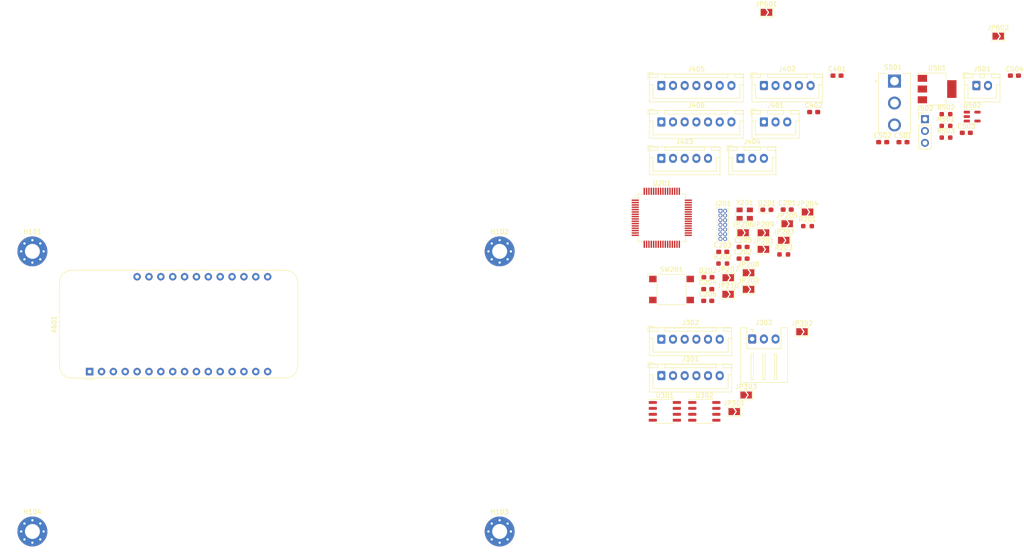
<source format=kicad_pcb>
(kicad_pcb (version 20211014) (generator pcbnew)
  (title_block (title "Poubellator_PCB") (date "2022-10-13") (rev "1.0") (company "ENSEA"))
  (layers (0 "F.Cu" signal) (1 "In1.Cu" signal) (2 "In2.Cu" signal) (31 "B.Cu" signal) (34 "B.Paste" user) (35 "F.Paste" user) (36 "B.SilkS" user "B.Silkscreen") (37 "F.SilkS" user "F.Silkscreen") (38 "B.Mask" user) (39 "F.Mask" user) (44 "Edge.Cuts" user))
  (net 0 "")
  (net 2 "alim3V")
  (net 4 "GROUND")
  (net 14 "Net-(A601-Pad14)")
  (net 15 "Net-(A601-Pad15)")
  (net 27 "/Communication/ESP_EN")
  (net 29 "STLINK_NRST")
  (net 30 "Net-(C202-Pad1)")
  (net 31 "Net-(C203-Pad1)")
  (net 32 "V+_batterie")
  (net 33 "alim5V")
  (net 34 "Net-(D201-Pad1)")
  (net 35 "Net-(D202-Pad1)")
  (net 36 "BAT_LED")
  (net 39 "SYS_SWDIO")
  (net 40 "SYS_SWCLK")
  (net 44 "Net-(J201-Pad13)")
  (net 45 "Net-(J201-Pad14)")
  (net 46 "M2-")
  (net 47 "/Driver_Motor_SERVO/ENC_2_A")
  (net 48 "/Driver_Motor_SERVO/ENC_2_B")
  (net 49 "M2+")
  (net 50 "M1-")
  (net 51 "/Driver_Motor_SERVO/ENC_1_A")
  (net 52 "/Driver_Motor_SERVO/ENC_1_B")
  (net 53 "M1+")
  (net 54 "/Driver_Motor_SERVO/SERV_DATA")
  (net 55 "/STM32F070RB/OPTQ2")
  (net 56 "/STM32F070RB/CLR_OE")
  (net 59 "/STM32F070RB/CLR_OUT")
  (net 60 "/STM32F070RB/CLR_S3")
  (net 61 "/STM32F070RB/CLR_S2")
  (net 62 "/STM32F070RB/CLR_S1")
  (net 63 "/STM32F070RB/CLR_S0")
  (net 64 "/STM32F070RB/OPTQ1")
  (net 66 "/STM32F070RB/TOF2_SDA")
  (net 67 "/STM32F070RB/TOF2_SCL")
  (net 68 "/STM32F070RB/TOF2_XSHUT")
  (net 69 "/STM32F070RB/TOF2_GPIO1")
  (net 71 "/STM32F070RB/TOF1_SDA")
  (net 72 "/STM32F070RB/TOF1_SCL")
  (net 73 "/STM32F070RB/TOF1_XSHUT")
  (net 74 "/STM32F070RB/TOF1_GPIO1")
  (net 75 "Net-(J501-Pad1)")
  (net 76 "Net-(JP201-Pad2)")
  (net 77 "Net-(JP202-Pad2)")
  (net 78 "/Driver_Motor_SERVO/DRV_2_REV")
  (net 79 "Net-(JP203-Pad2)")
  (net 80 "/Driver_Motor_SERVO/DRV_1_REV")
  (net 81 "Net-(JP204-Pad2)")
  (net 82 "/Driver_Motor_SERVO/DRV_1_FWD")
  (net 83 "Net-(JP205-Pad2)")
  (net 84 "Net-(JP206-Pad1)")
  (net 85 "/Driver_Motor_SERVO/DRV_2_FWD")
  (net 86 "Net-(JP207-Pad1)")
  (net 87 "Net-(JP208-Pad1)")
  (net 88 "STLINK_TX")
  (net 89 "STLINK_RX")
  (net 90 "Net-(JP301-Pad1)")
  (net 91 "Net-(U301-Pad3)")
  (net 92 "Net-(U301-Pad2)")
  (net 93 "/Communication/ESP_TX")
  (net 94 "/Communication/ESP_RX")
  (net 95 "Net-(R203-Pad1)")
  (net 96 "Net-(R501-Pad2)")
  (net 97 "/Alimentation/BAT_STATE")
  (footprint "Connector_PinHeader_1.00mm:PinHeader_2x07_P1.00mm_Vertical" (layer "F.Cu") (at 247.25 91.315)
    (fp_text reference "J201" (at 0.5 -1.56) (layer "F.SilkS"))
    (fp_text value "Conn_02x07_Odd_Even")
    (pad "1" thru_hole rect (at 0 0) (size 0.85 0.85) (drill 0.5) (layers *.Cu *.Mask))
    (pad "2" thru_hole oval (at 1 0) (size 0.85 0.85) (drill 0.5) (layers *.Cu *.Mask))
    (pad "3" thru_hole oval (at 0 1) (size 0.85 0.85) (drill 0.5) (layers *.Cu *.Mask) (net 2 "alim3V"))
    (pad "4" thru_hole oval (at 1 1) (size 0.85 0.85) (drill 0.5) (layers *.Cu *.Mask) (net 39 "SYS_SWDIO"))
    (pad "5" thru_hole oval (at 0 2) (size 0.85 0.85) (drill 0.5) (layers *.Cu *.Mask) (net 4 "GROUND"))
    (pad "6" thru_hole oval (at 1 2) (size 0.85 0.85) (drill 0.5) (layers *.Cu *.Mask) (net 40 "SYS_SWCLK"))
    (pad "7" thru_hole oval (at 0 3) (size 0.85 0.85) (drill 0.5) (layers *.Cu *.Mask) (net 4 "GROUND"))
    (pad "8" thru_hole oval (at 1 3) (size 0.85 0.85) (drill 0.5) (layers *.Cu *.Mask))
    (pad "9" thru_hole oval (at 0 4) (size 0.85 0.85) (drill 0.5) (layers *.Cu *.Mask))
    (pad "10" thru_hole oval (at 1 4) (size 0.85 0.85) (drill 0.5) (layers *.Cu *.Mask))
    (pad "11" thru_hole oval (at 0 5) (size 0.85 0.85) (drill 0.5) (layers *.Cu *.Mask) (net 4 "GROUND"))
    (pad "12" thru_hole oval (at 1 5) (size 0.85 0.85) (drill 0.5) (layers *.Cu *.Mask) (net 29 "STLINK_NRST"))
    (pad "13" thru_hole oval (at 0 6) (size 0.85 0.85) (drill 0.5) (layers *.Cu *.Mask) (net 44 "Net-(J201-Pad13)"))
    (pad "14" thru_hole oval (at 1 6) (size 0.85 0.85) (drill 0.5) (layers *.Cu *.Mask) (net 45 "Net-(J201-Pad14)"))
  )
  (footprint "Resistor_SMD:R_0603_1608Metric_Pad0.98x0.95mm_HandSolder" (layer "F.Cu") (at 247.75 102.605)
    (fp_text reference "R202" (at 0 -1.43) (layer "F.SilkS"))
    (fp_text value "60R")
    (pad "1" smd roundrect (at -0.9125 0) (size 0.975 0.95) (layers "F.Cu" "F.Paste" "F.Mask") (net 4 "GROUND"))
    (pad "2" smd roundrect (at 0.9125 0) (size 0.975 0.95) (layers "F.Cu" "F.Paste" "F.Mask") (net 35 "Net-(D202-Pad1)"))
  )
  (footprint "Capacitor_SMD:C_0603_1608Metric_Pad1.08x0.95mm_HandSolder" (layer "F.Cu") (at 261.54 91.045)
    (fp_text reference "C201" (at 0 -1.43) (layer "F.SilkS"))
    (fp_text value "0.1 uF")
    (pad "1" smd roundrect (at -0.8625 0) (size 1.075 0.95) (layers "F.Cu" "F.Paste" "F.Mask") (net 29 "STLINK_NRST"))
    (pad "2" smd roundrect (at 0.8625 0) (size 1.075 0.95) (layers "F.Cu" "F.Paste" "F.Mask") (net 4 "GROUND"))
  )
  (footprint "Jumper:SolderJumper-2_P1.3mm_Open_TrianglePad1.0x1.5mm" (layer "F.Cu") (at 264.7 117.215)
    (fp_text reference "JP302" (at 0 -1.8) (layer "F.SilkS"))
    (fp_text value "SolderJumper_2_Open")
    (pad "1" smd custom (at -0.725 0) (size 0.3 0.3) (layers "F.Cu" "F.Mask") (net 91 "Net-(U301-Pad3)") (options (clearance outline) (anchor rect)) (primitives (gr_poly (pts (xy 1 0) (xy 0.5 0.75) (xy -0.5 0.75) (xy -0.5 -0.75) (xy 0.5 -0.75)) (width 0) (fill yes))))
    (pad "2" smd custom (at 0.725 0) (size 0.3 0.3) (layers "F.Cu" "F.Mask") (net 2 "alim3V") (options (clearance outline) (anchor rect)) (primitives (gr_poly (pts (xy 0.5 0.75) (xy -0.65 0.75) (xy -0.15 0) (xy -0.65 -0.75) (xy 0.5 -0.75)) (width 0) (fill yes))))
  )
  (footprint "Jumper:SolderJumper-2_P1.3mm_Open_TrianglePad1.0x1.5mm" (layer "F.Cu") (at 252.1 96.015)
    (fp_text reference "JP206" (at 0 -1.8) (layer "F.SilkS"))
    (fp_text value "JP4")
    (pad "1" smd custom (at -0.725 0) (size 0.3 0.3) (layers "F.Cu" "F.Mask") (net 84 "Net-(JP206-Pad1)") (options (clearance outline) (anchor rect)) (primitives (gr_poly (pts (xy 1 0) (xy 0.5 0.75) (xy -0.5 0.75) (xy -0.5 -0.75) (xy 0.5 -0.75)) (width 0) (fill yes))))
    (pad "2" smd custom (at 0.725 0) (size 0.3 0.3) (layers "F.Cu" "F.Mask") (net 85 "/Driver_Motor_SERVO/DRV_2_FWD") (options (clearance outline) (anchor rect)) (primitives (gr_poly (pts (xy 0.5 0.75) (xy -0.65 0.75) (xy -0.15 0) (xy -0.65 -0.75) (xy 0.5 -0.75)) (width 0) (fill yes))))
  )
  (footprint "Resistor_SMD:R_0603_1608Metric_Pad0.98x0.95mm_HandSolder" (layer "F.Cu") (at 295.52 70.605)
    (fp_text reference "R502" (at 0 -1.43) (layer "F.SilkS"))
    (fp_text value "100k")
    (pad "1" smd roundrect (at -0.9125 0) (size 0.975 0.95) (layers "F.Cu" "F.Paste" "F.Mask") (net 97 "/Alimentation/BAT_STATE"))
    (pad "2" smd roundrect (at 0.9125 0) (size 0.975 0.95) (layers "F.Cu" "F.Paste" "F.Mask") (net 32 "V+_batterie"))
  )
  (footprint "Resistor_SMD:R_0603_1608Metric_Pad0.98x0.95mm_HandSolder" (layer "F.Cu") (at 260.8 100.655)
    (fp_text reference "R203" (at 0 -1.43) (layer "F.SilkS"))
    (fp_text value "10R")
    (pad "1" smd roundrect (at -0.9125 0) (size 0.975 0.95) (layers "F.Cu" "F.Paste" "F.Mask") (net 95 "Net-(R203-Pad1)"))
    (pad "2" smd roundrect (at 0.9125 0) (size 0.975 0.95) (layers "F.Cu" "F.Paste" "F.Mask") (net 30 "Net-(C202-Pad1)"))
  )
  (footprint "Jumper:SolderJumper-2_P1.3mm_Open_TrianglePad1.0x1.5mm" (layer "F.Cu") (at 248.88 109.185)
    (fp_text reference "JP210" (at 0 -1.8) (layer "F.SilkS"))
    (fp_text value "JP ")
    (pad "1" smd custom (at -0.725 0) (size 0.3 0.3) (layers "F.Cu" "F.Mask") (net 45 "Net-(J201-Pad14)") (options (clearance outline) (anchor rect)) (primitives (gr_poly (pts (xy 1 0) (xy 0.5 0.75) (xy -0.5 0.75) (xy -0.5 -0.75) (xy 0.5 -0.75)) (width 0) (fill yes))))
    (pad "2" smd custom (at 0.725 0) (size 0.3 0.3) (layers "F.Cu" "F.Mask") (net 89 "STLINK_RX") (options (clearance outline) (anchor rect)) (primitives (gr_poly (pts (xy 0.5 0.75) (xy -0.65 0.75) (xy -0.15 0) (xy -0.65 -0.75) (xy 0.5 -0.75)) (width 0) (fill yes))))
  )
  (footprint "Package_TO_SOT_SMD:SOT-23-5" (layer "F.Cu") (at 301.12 71.125)
    (fp_text reference "U502" (at 0 -2.4) (layer "F.SilkS"))
    (fp_text value "MIC5317-3.3")
    (pad "1" smd roundrect (at -1.1375 -0.95) (size 1.325 0.6) (layers "F.Cu" "F.Paste" "F.Mask") (net 33 "alim5V"))
    (pad "2" smd roundrect (at -1.1375 0) (size 1.325 0.6) (layers "F.Cu" "F.Paste" "F.Mask") (net 4 "GROUND"))
    (pad "3" smd roundrect (at -1.1375 0.95) (size 1.325 0.6) (layers "F.Cu" "F.Paste" "F.Mask") (net 33 "alim5V"))
    (pad "4" smd roundrect (at 1.1375 0.95) (size 1.325 0.6) (layers "F.Cu" "F.Paste" "F.Mask"))
    (pad "5" smd roundrect (at 1.1375 -0.95) (size 1.325 0.6) (layers "F.Cu" "F.Paste" "F.Mask") (net 2 "alim3V"))
  )
  (footprint "Connector_JST:JST_XH_B6B-XH-A_1x06_P2.50mm_Vertical" (layer "F.Cu") (at 234.6 118.815)
    (fp_text reference "J302" (at 6.25 -3.55) (layer "F.SilkS"))
    (fp_text value "Moteur 1")
    (pad "1" thru_hole roundrect (at 0 0) (size 1.7 1.95) (drill 0.95) (layers *.Cu *.Mask) (roundrect_rratio 0.147059) (net 50 "M1-"))
    (pad "2" thru_hole oval (at 2.5 0) (size 1.7 1.95) (drill 0.95) (layers *.Cu *.Mask) (net 4 "GROUND"))
    (pad "3" thru_hole oval (at 5 0) (size 1.7 1.95) (drill 0.95) (layers *.Cu *.Mask) (net 51 "/Driver_Motor_SERVO/ENC_1_A"))
    (pad "4" thru_hole oval (at 7.5 0) (size 1.7 1.95) (drill 0.95) (layers *.Cu *.Mask) (net 52 "/Driver_Motor_SERVO/ENC_1_B"))
    (pad "5" thru_hole oval (at 10 0) (size 1.7 1.95) (drill 0.95) (layers *.Cu *.Mask) (net 2 "alim3V"))
    (pad "6" thru_hole oval (at 12.5 0) (size 1.7 1.95) (drill 0.95) (layers *.Cu *.Mask) (net 53 "M1+"))
  )
  (footprint "Jumper:SolderJumper-2_P1.3mm_Open_TrianglePad1.0x1.5mm" (layer "F.Cu") (at 260.8 97.625)
    (fp_text reference "JP203" (at 0 -1.8) (layer "F.SilkS"))
    (fp_text value "JP3")
    (pad "1" smd custom (at -0.725 0) (size 0.3 0.3) (layers "F.Cu" "F.Mask") (net 78 "/Driver_Motor_SERVO/DRV_2_REV") (options (clearance outline) (anchor rect)) (primitives (gr_poly (pts (xy 1 0) (xy 0.5 0.75) (xy -0.5 0.75) (xy -0.5 -0.75) (xy 0.5 -0.75)) (width 0) (fill yes))))
    (pad "2" smd custom (at 0.725 0) (size 0.3 0.3) (layers "F.Cu" "F.Mask") (net 79 "Net-(JP203-Pad2)") (options (clearance outline) (anchor rect)) (primitives (gr_poly (pts (xy 0.5 0.75) (xy -0.65 0.75) (xy -0.15 0) (xy -0.65 -0.75) (xy 0.5 -0.75)) (width 0) (fill yes))))
  )
  (footprint "Capacitor_SMD:C_0603_1608Metric_Pad1.08x0.95mm_HandSolder" (layer "F.Cu") (at 272.2 62.355)
    (fp_text reference "C401" (at 0 -1.43) (layer "F.SilkS"))
    (fp_text value "10uF")
    (pad "1" smd roundrect (at -0.8625 0) (size 1.075 0.95) (layers "F.Cu" "F.Paste" "F.Mask") (net 4 "GROUND"))
    (pad "2" smd roundrect (at 0.8625 0) (size 1.075 0.95) (layers "F.Cu" "F.Paste" "F.Mask") (net 2 "alim3V"))
  )
  (footprint "Crystal:Crystal_SMD_EuroQuartz_MT-4Pin_3.2x2.5mm" (layer "F.Cu") (at 252.45 92.015)
    (fp_text reference "Y201" (at 0 -2.45) (layer "F.SilkS"))
    (fp_text value "16 MHz")
    (pad "1" smd rect (at -1.1 0.9) (size 1.3 1) (layers "F.Cu" "F.Paste" "F.Mask") (net 30 "Net-(C202-Pad1)"))
    (pad "2" smd rect (at 1.1 0.9) (size 1.3 1) (layers "F.Cu" "F.Paste" "F.Mask") (net 4 "GROUND"))
    (pad "3" smd rect (at 1.1 -0.9) (size 1.3 1) (layers "F.Cu" "F.Paste" "F.Mask") (net 31 "Net-(C203-Pad1)"))
    (pad "4" smd rect (at -1.1 -0.9) (size 1.3 1) (layers "F.Cu" "F.Paste" "F.Mask") (net 4 "GROUND"))
  )
  (footprint "Capacitor_SMD:C_0603_1608Metric_Pad1.08x0.95mm_HandSolder" (layer "F.Cu") (at 267.2 70.155)
    (fp_text reference "C402" (at 0 -1.43) (layer "F.SilkS"))
    (fp_text value "10uF")
    (pad "1" smd roundrect (at -0.8625 0) (size 1.075 0.95) (layers "F.Cu" "F.Paste" "F.Mask") (net 4 "GROUND"))
    (pad "2" smd roundrect (at 0.8625 0) (size 1.075 0.95) (layers "F.Cu" "F.Paste" "F.Mask") (net 2 "alim3V"))
  )
  (footprint "Connector_JST:JST_XH_B6B-XH-A_1x06_P2.50mm_Vertical" (layer "F.Cu") (at 234.6 126.615)
    (fp_text reference "J301" (at 6.25 -3.55) (layer "F.SilkS"))
    (fp_text value "Moteur 1")
    (pad "1" thru_hole roundrect (at 0 0) (size 1.7 1.95) (drill 0.95) (layers *.Cu *.Mask) (roundrect_rratio 0.147059) (net 46 "M2-"))
    (pad "2" thru_hole oval (at 2.5 0) (size 1.7 1.95) (drill 0.95) (layers *.Cu *.Mask) (net 4 "GROUND"))
    (pad "3" thru_hole oval (at 5 0) (size 1.7 1.95) (drill 0.95) (layers *.Cu *.Mask) (net 47 "/Driver_Motor_SERVO/ENC_2_A"))
    (pad "4" thru_hole oval (at 7.5 0) (size 1.7 1.95) (drill 0.95) (layers *.Cu *.Mask) (net 48 "/Driver_Motor_SERVO/ENC_2_B"))
    (pad "5" thru_hole oval (at 10 0) (size 1.7 1.95) (drill 0.95) (layers *.Cu *.Mask) (net 2 "alim3V"))
    (pad "6" thru_hole oval (at 12.5 0) (size 1.7 1.95) (drill 0.95) (layers *.Cu *.Mask) (net 49 "M2+"))
  )
  (footprint "Package_QFP:LQFP-64_10x10mm_P0.5mm" (layer "F.Cu") (at 234.7 92.8)
    (fp_text reference "U201" (at 0 -7.4) (layer "F.SilkS"))
    (fp_text value "STM32G070RBT6")
    (pad "1" smd roundrect (at -5.675 -3.75) (size 1.55 0.3) (layers "F.Cu" "F.Paste" "F.Mask"))
    (pad "2" smd roundrect (at -5.675 -3.25) (size 1.55 0.3) (layers "F.Cu" "F.Paste" "F.Mask"))
    (pad "3" smd roundrect (at -5.675 -2.75) (size 1.55 0.3) (layers "F.Cu" "F.Paste" "F.Mask"))
    (pad "4" smd roundrect (at -5.675 -2.25) (size 1.55 0.3) (layers "F.Cu" "F.Paste" "F.Mask"))
    (pad "5" smd roundrect (at -5.675 -1.75) (size 1.55 0.3) (layers "F.Cu" "F.Paste" "F.Mask"))
    (pad "6" smd roundrect (at -5.675 -1.25) (size 1.55 0.3) (layers "F.Cu" "F.Paste" "F.Mask"))
    (pad "7" smd roundrect (at -5.675 -0.75) (size 1.55 0.3) (layers "F.Cu" "F.Paste" "F.Mask"))
    (pad "8" smd roundrect (at -5.675 -0.25) (size 1.55 0.3) (layers "F.Cu" "F.Paste" "F.Mask") (net 2 "alim3V"))
    (pad "9" smd roundrect (at -5.675 0.25) (size 1.55 0.3) (layers "F.Cu" "F.Paste" "F.Mask") (net 4 "GROUND"))
    (pad "10" smd roundrect (at -5.675 0.75) (size 1.55 0.3) (layers "F.Cu" "F.Paste" "F.Mask") (net 31 "Net-(C203-Pad1)"))
    (pad "11" smd roundrect (at -5.675 1.25) (size 1.55 0.3) (layers "F.Cu" "F.Paste" "F.Mask") (net 95 "Net-(R203-Pad1)"))
    (pad "12" smd roundrect (at -5.675 1.75) (size 1.55 0.3) (layers "F.Cu" "F.Paste" "F.Mask") (net 29 "STLINK_NRST"))
    (pad "13" smd roundrect (at -5.675 2.25) (size 1.55 0.3) (layers "F.Cu" "F.Paste" "F.Mask"))
    (pad "14" smd roundrect (at -5.675 2.75) (size 1.55 0.3) (layers "F.Cu" "F.Paste" "F.Mask"))
    (pad "15" smd roundrect (at -5.675 3.25) (size 1.55 0.3) (layers "F.Cu" "F.Paste" "F.Mask"))
    (pad "16" smd roundrect (at -5.675 3.75) (size 1.55 0.3) (layers "F.Cu" "F.Paste" "F.Mask"))
    (pad "17" smd roundrect (at -3.75 5.675) (size 0.3 1.55) (layers "F.Cu" "F.Paste" "F.Mask") (net 97 "/Alimentation/BAT_STATE"))
    (pad "18" smd roundrect (at -3.25 5.675) (size 0.3 1.55) (layers "F.Cu" "F.Paste" "F.Mask") (net 36 "BAT_LED"))
    (pad "19" smd roundrect (at -2.75 5.675) (size 0.3 1.55) (layers "F.Cu" "F.Paste" "F.Mask") (net 94 "/Communication/ESP_RX"))
    (pad "20" smd roundrect (at -2.25 5.675) (size 0.3 1.55) (layers "F.Cu" "F.Paste" "F.Mask") (net 93 "/Communication/ESP_TX"))
    (pad "21" smd roundrect (at -1.75 5.675) (size 0.3 1.55) (layers "F.Cu" "F.Paste" "F.Mask") (net 27 "/Communication/ESP_EN"))
    (pad "22" smd roundrect (at -1.25 5.675) (size 0.3 1.55) (layers "F.Cu" "F.Paste" "F.Mask"))
    (pad "23" smd roundrect (at -0.75 5.675) (size 0.3 1.55) (layers "F.Cu" "F.Paste" "F.Mask"))
    (pad "24" smd roundrect (at -0.25 5.675) (size 0.3 1.55) (layers "F.Cu" "F.Paste" "F.Mask"))
    (pad "25" smd roundrect (at 0.25 5.675) (size 0.3 1.55) (layers "F.Cu" "F.Paste" "F.Mask") (net 54 "/Driver_Motor_SERVO/SERV_DATA"))
    (pad "26" smd roundrect (at 0.75 5.675) (size 0.3 1.55) (layers "F.Cu" "F.Paste" "F.Mask"))
    (pad "27" smd roundrect (at 1.25 5.675) (size 0.3 1.55) (layers "F.Cu" "F.Paste" "F.Mask"))
    (pad "28" smd roundrect (at 1.75 5.675) (size 0.3 1.55) (layers "F.Cu" "F.Paste" "F.Mask") (net 69 "/STM32F070RB/TOF2_GPIO1"))
    (pad "29" smd roundrect (at 2.25 5.675) (size 0.3 1.55) (layers "F.Cu" "F.Paste" "F.Mask") (net 68 "/STM32F070RB/TOF2_XSHUT"))
    (pad "30" smd roundrect (at 2.75 5.675) (size 0.3 1.55) (layers "F.Cu" "F.Paste" "F.Mask") (net 67 "/STM32F070RB/TOF2_SCL"))
    (pad "31" smd roundrect (at 3.25 5.675) (size 0.3 1.55) (layers "F.Cu" "F.Paste" "F.Mask") (net 66 "/STM32F070RB/TOF2_SDA"))
    (pad "32" smd roundrect (at 3.75 5.675) (size 0.3 1.55) (layers "F.Cu" "F.Paste" "F.Mask"))
    (pad "33" smd roundrect (at 5.675 3.75) (size 1.55 0.3) (layers "F.Cu" "F.Paste" "F.Mask") (net 81 "Net-(JP204-Pad2)"))
    (pad "34" smd roundrect (at 5.675 3.25) (size 1.55 0.3) (layers "F.Cu" "F.Paste" "F.Mask") (net 83 "Net-(JP205-Pad2)"))
    (pad "35" smd roundrect (at 5.675 2.75) (size 1.55 0.3) (layers "F.Cu" "F.Paste" "F.Mask"))
    (pad "36" smd roundrect (at 5.675 2.25) (size 1.55 0.3) (layers "F.Cu" "F.Paste" "F.Mask") (net 76 "Net-(JP201-Pad2)"))
    (pad "37" smd roundrect (at 5.675 1.75) (size 1.55 0.3) (layers "F.Cu" "F.Paste" "F.Mask") (net 77 "Net-(JP202-Pad2)"))
    (pad "38" smd roundrect (at 5.675 1.25) (size 1.55 0.3) (layers "F.Cu" "F.Paste" "F.Mask") (net 86 "Net-(JP207-Pad1)"))
    (pad "39" smd roundrect (at 5.675 0.75) (size 1.55 0.3) (layers "F.Cu" "F.Paste" "F.Mask") (net 87 "Net-(JP208-Pad1)"))
    (pad "40" smd roundrect (at 5.675 0.25) (size 1.55 0.3) (layers "F.Cu" "F.Paste" "F.Mask") (net 88 "STLINK_TX"))
    (pad "41" smd roundrect (at 5.675 -0.25) (size 1.55 0.3) (layers "F.Cu" "F.Paste" "F.Mask") (net 89 "STLINK_RX"))
    (pad "42" smd roundrect (at 5.675 -0.75) (size 1.55 0.3) (layers "F.Cu" "F.Paste" "F.Mask"))
    (pad "43" smd roundrect (at 5.675 -1.25) (size 1.55 0.3) (layers "F.Cu" "F.Paste" "F.Mask"))
    (pad "44" smd roundrect (at 5.675 -1.75) (size 1.55 0.3) (layers "F.Cu" "F.Paste" "F.Mask"))
    (pad "45" smd roundrect (at 5.675 -2.25) (size 1.55 0.3) (layers "F.Cu" "F.Paste" "F.Mask") (net 39 "SYS_SWDIO"))
    (pad "46" smd roundrect (at 5.675 -2.75) (size 1.55 0.3) (layers "F.Cu" "F.Paste" "F.Mask") (net 40 "SYS_SWCLK"))
    (pad "47" smd roundrect (at 5.675 -3.25) (size 1.55 0.3) (layers "F.Cu" "F.Paste" "F.Mask") (net 55 "/STM32F070RB/OPTQ2"))
    (pad "48" smd roundrect (at 5.675 -3.75) (size 1.55 0.3) (layers "F.Cu" "F.Paste" "F.Mask") (net 64 "/STM32F070RB/OPTQ1"))
    (pad "49" smd roundrect (at 3.75 -5.675) (size 0.3 1.55) (layers "F.Cu" "F.Paste" "F.Mask"))
    (pad "50" smd roundrect (at 3.25 -5.675) (size 0.3 1.55) (layers "F.Cu" "F.Paste" "F.Mask") (net 84 "Net-(JP206-Pad1)"))
    (pad "51" smd roundrect (at 2.75 -5.675) (size 0.3 1.55) (layers "F.Cu" "F.Paste" "F.Mask") (net 59 "/STM32F070RB/CLR_OUT"))
    (pad "52" smd roundrect (at 2.25 -5.675) (size 0.3 1.55) (layers "F.Cu" "F.Paste" "F.Mask") (net 63 "/STM32F070RB/CLR_S0"))
    (pad "53" smd roundrect (at 1.75 -5.675) (size 0.3 1.55) (layers "F.Cu" "F.Paste" "F.Mask") (net 62 "/STM32F070RB/CLR_S1"))
    (pad "54" smd roundrect (at 1.25 -5.675) (size 0.3 1.55) (layers "F.Cu" "F.Paste" "F.Mask") (net 61 "/STM32F070RB/CLR_S2"))
    (pad "55" smd roundrect (at 0.75 -5.675) (size 0.3 1.55) (layers "F.Cu" "F.Paste" "F.Mask") (net 60 "/STM32F070RB/CLR_S3"))
    (pad "56" smd roundrect (at 0.25 -5.675) (size 0.3 1.55) (layers "F.Cu" "F.Paste" "F.Mask") (net 56 "/STM32F070RB/CLR_OE"))
    (pad "57" smd roundrect (at -0.25 -5.675) (size 0.3 1.55) (layers "F.Cu" "F.Paste" "F.Mask"))
    (pad "58" smd roundrect (at -0.75 -5.675) (size 0.3 1.55) (layers "F.Cu" "F.Paste" "F.Mask") (net 36 "BAT_LED"))
    (pad "59" smd roundrect (at -1.25 -5.675) (size 0.3 1.55) (layers "F.Cu" "F.Paste" "F.Mask"))
    (pad "60" smd roundrect (at -1.75 -5.675) (size 0.3 1.55) (layers "F.Cu" "F.Paste" "F.Mask") (net 79 "Net-(JP203-Pad2)"))
    (pad "61" smd roundrect (at -2.25 -5.675) (size 0.3 1.55) (layers "F.Cu" "F.Paste" "F.Mask") (net 71 "/STM32F070RB/TOF1_SDA"))
    (pad "62" smd roundrect (at -2.75 -5.675) (size 0.3 1.55) (layers "F.Cu" "F.Paste" "F.Mask") (net 72 "/STM32F070RB/TOF1_SCL"))
    (pad "63" smd roundrect (at -3.25 -5.675) (size 0.3 1.55) (layers "F.Cu" "F.Paste" "F.Mask") (net 73 "/STM32F070RB/TOF1_XSHUT"))
    (pad "64" smd roundrect (at -3.75 -5.675) (size 0.3 1.55) (layers "F.Cu" "F.Paste" "F.Mask") (net 74 "/STM32F070RB/TOF1_GPIO1"))
  )
  (footprint "Package_TO_SOT_SMD:SOT-223-3_TabPin2" (layer "F.Cu") (at 293.62 65.225)
    (fp_text reference "U501" (at 0 -4.5) (layer "F.SilkS"))
    (fp_text value "AZ1117-5.0")
    (pad "1" smd rect (at -3.15 -2.3) (size 2 1.5) (layers "F.Cu" "F.Paste" "F.Mask") (net 4 "GROUND"))
    (pad "2" smd rect (at -3.15 0) (size 2 1.5) (layers "F.Cu" "F.Paste" "F.Mask") (net 33 "alim5V"))
    (pad "2" smd rect (at 3.15 0) (size 2 3.8) (layers "F.Cu" "F.Paste" "F.Mask") (net 33 "alim5V"))
    (pad "3" smd rect (at -3.15 2.3) (size 2 1.5) (layers "F.Cu" "F.Paste" "F.Mask") (net 32 "V+_batterie"))
  )
  (footprint "Connector_JST:JST_XH_B3B-XH-A_1x03_P2.50mm_Vertical" (layer "F.Cu") (at 256.55 72.275)
    (fp_text reference "J401" (at 2.5 -3.55) (layer "F.SilkS"))
    (fp_text value "optiqueGauche")
    (pad "1" thru_hole roundrect (at 0 0) (size 1.7 1.95) (drill 0.95) (layers *.Cu *.Mask) (roundrect_rratio 0.147059) (net 4 "GROUND"))
    (pad "2" thru_hole oval (at 2.5 0) (size 1.7 1.95) (drill 0.95) (layers *.Cu *.Mask) (net 2 "alim3V"))
    (pad "3" thru_hole oval (at 5 0) (size 1.7 1.95) (drill 0.95) (layers *.Cu *.Mask) (net 55 "/STM32F070RB/OPTQ2"))
  )
  (footprint "Jumper:SolderJumper-2_P1.3mm_Open_TrianglePad1.0x1.5mm" (layer "F.Cu") (at 248.92 105.635)
    (fp_text reference "JP207" (at 0 -1.8) (layer "F.SilkS"))
    (fp_text value "JP3")
    (pad "1" smd custom (at -0.725 0) (size 0.3 0.3) (layers "F.Cu" "F.Mask") (net 86 "Net-(JP207-Pad1)") (options (clearance outline) (anchor rect)) (primitives (gr_poly (pts (xy 1 0) (xy 0.5 0.75) (xy -0.5 0.75) (xy -0.5 -0.75) (xy 0.5 -0.75)) (width 0) (fill yes))))
    (pad "2" smd custom (at 0.725 0) (size 0.3 0.3) (layers "F.Cu" "F.Mask") (net 47 "/Driver_Motor_SERVO/ENC_2_A") (options (clearance outline) (anchor rect)) (primitives (gr_poly (pts (xy 0.5 0.75) (xy -0.65 0.75) (xy -0.15 0) (xy -0.65 -0.75) (xy 0.5 -0.75)) (width 0) (fill yes))))
  )
  (footprint "SWITCH_PRO:SW_100SP1T1B4M2QE" (layer "F.Cu") (at 284.495 68.225)
    (fp_text reference "S501" (at -0.325 -7.635) (layer "F.SilkS"))
    (fp_text value "Alimentation")
    (pad "1" thru_hole rect locked (at 0 -4.7) (size 2.775 2.775) (drill 1.85) (layers *.Cu *.Mask) (net 96 "Net-(R501-Pad2)"))
    (pad "2" thru_hole circle locked (at 0 0) (size 2.775 2.775) (drill 1.85) (layers *.Cu *.Mask) (net 32 "V+_batterie"))
    (pad "3" thru_hole circle locked (at 0 4.7) (size 2.775 2.775) (drill 1.85) (layers *.Cu *.Mask) (net 75 "Net-(J501-Pad1)"))
  )
  (footprint "Capacitor_SMD:C_0603_1608Metric_Pad1.08x0.95mm_HandSolder" (layer "F.Cu") (at 299.87 74.605)
    (fp_text reference "C503" (at 0 -1.43) (layer "F.SilkS"))
    (fp_text value "1uF")
    (pad "1" smd roundrect (at -0.8625 0) (size 1.075 0.95) (layers "F.Cu" "F.Paste" "F.Mask") (net 33 "alim5V"))
    (pad "2" smd roundrect (at 0.8625 0) (size 1.075 0.95) (layers "F.Cu" "F.Paste" "F.Mask") (net 4 "GROUND"))
  )
  (footprint "MountingHole:MountingHole_3.2mm_M3_Pad_Via" (layer "F.Cu") (at 200 160)
    (fp_text reference "H103" (at 0 -4.2) (layer "F.SilkS"))
    (fp_text value "MountingHole_Pad")
    (pad "1" thru_hole circle (at 0 -2.4) (size 0.8 0.8) (drill 0.5) (layers *.Cu *.Mask) (net 4 "GROUND"))
    (pad "1" thru_hole circle (at -1.697056 -1.697056) (size 0.8 0.8) (drill 0.5) (layers *.Cu *.Mask) (net 4 "GROUND"))
    (pad "1" thru_hole circle (at 1.697056 1.697056) (size 0.8 0.8) (drill 0.5) (layers *.Cu *.Mask) (net 4 "GROUND"))
    (pad "1" thru_hole circle (at 0 0) (size 6.4 6.4) (drill 3.2) (layers *.Cu *.Mask) (net 4 "GROUND"))
    (pad "1" thru_hole circle (at -1.697056 1.697056) (size 0.8 0.8) (drill 0.5) (layers *.Cu *.Mask) (net 4 "GROUND"))
    (pad "1" thru_hole circle (at 1.697056 -1.697056) (size 0.8 0.8) (drill 0.5) (layers *.Cu *.Mask) (net 4 "GROUND"))
    (pad "1" thru_hole circle (at -2.4 0) (size 0.8 0.8) (drill 0.5) (layers *.Cu *.Mask) (net 4 "GROUND"))
    (pad "1" thru_hole circle (at 0 2.4) (size 0.8 0.8) (drill 0.5) (layers *.Cu *.Mask) (net 4 "GROUND"))
    (pad "1" thru_hole circle (at 2.4 0) (size 0.8 0.8) (drill 0.5) (layers *.Cu *.Mask) (net 4 "GROUND"))
  )
  (footprint "Package_SO:SO-8_3.9x4.9mm_P1.27mm" (layer "F.Cu") (at 235.35 134.265)
    (fp_text reference "U301" (at 0 -3.4) (layer "F.SilkS"))
    (fp_text value "ZXBM5210-S")
    (pad "1" smd roundrect (at -2.575 -1.905) (size 1.75 0.6) (layers "F.Cu" "F.Paste" "F.Mask") (net 49 "M2+"))
    (pad "2" smd roundrect (at -2.575 -0.635) (size 1.75 0.6) (layers "F.Cu" "F.Paste" "F.Mask") (net 92 "Net-(U301-Pad2)"))
    (pad "3" smd roundrect (at -2.575 0.635) (size 1.75 0.6) (layers "F.Cu" "F.Paste" "F.Mask") (net 91 "Net-(U301-Pad3)"))
    (pad "4" smd roundrect (at -2.575 1.905) (size 1.75 0.6) (layers "F.Cu" "F.Paste" "F.Mask") (net 85 "/Driver_Motor_SERVO/DRV_2_FWD"))
    (pad "5" smd roundrect (at 2.575 1.905) (size 1.75 0.6) (layers "F.Cu" "F.Paste" "F.Mask") (net 78 "/Driver_Motor_SERVO/DRV_2_REV"))
    (pad "6" smd roundrect (at 2.575 0.635) (size 1.75 0.6) (layers "F.Cu" "F.Paste" "F.Mask"))
    (pad "7" smd roundrect (at 2.575 -0.635) (size 1.75 0.6) (layers "F.Cu" "F.Paste" "F.Mask") (net 46 "M2-"))
    (pad "8" smd roundrect (at 2.575 -1.905) (size 1.75 0.6) (layers "F.Cu" "F.Paste" "F.Mask") (net 4 "GROUND"))
  )
  (footprint "Connector_JST:JST_XH_B3B-XH-A_1x03_P2.50mm_Vertical" (layer "F.Cu") (at 251.55 80.075)
    (fp_text reference "J404" (at 2.5 -3.55) (layer "F.SilkS"))
    (fp_text value "optiqueDroit")
    (pad "1" thru_hole roundrect (at 0 0) (size 1.7 1.95) (drill 0.95) (layers *.Cu *.Mask) (roundrect_rratio 0.147059) (net 4 "GROUND"))
    (pad "2" thru_hole oval (at 2.5 0) (size 1.7 1.95) (drill 0.95) (layers *.Cu *.Mask) (net 2 "alim3V"))
    (pad "3" thru_hole oval (at 5 0) (size 1.7 1.95) (drill 0.95) (layers *.Cu *.Mask) (net 64 "/STM32F070RB/OPTQ1"))
  )
  (footprint "Jumper:SolderJumper-2_P1.3mm_Open_TrianglePad1.0x1.5mm" (layer "F.Cu") (at 256.45 99.565)
    (fp_text reference "JP201" (at 0 -1.8) (layer "F.SilkS"))
    (fp_text value "JP3")
    (pad "1" smd custom (at -0.725 0) (size 0.3 0.3) (layers "F.Cu" "F.Mask") (net 51 "/Driver_Motor_SERVO/ENC_1_A") (options (clearance outline) (anchor rect)) (primitives (gr_poly (pts (xy 1 0) (xy 0.5 0.75) (xy -0.5 0.75) (xy -0.5 -0.75) (xy 0.5 -0.75)) (width 0) (fill yes))))
    (pad "2" smd custom (at 0.725 0) (size 0.3 0.3) (layers "F.Cu" "F.Mask") (net 76 "Net-(JP201-Pad2)") (options (clearance outline) (anchor rect)) (primitives (gr_poly (pts (xy 0.5 0.75) (xy -0.65 0.75) (xy -0.15 0) (xy -0.65 -0.75) (xy 0.5 -0.75)) (width 0) (fill yes))))
  )
  (footprint "Jumper:SolderJumper-2_P1.3mm_Open_TrianglePad1.0x1.5mm" (layer "F.Cu") (at 265.89 91.565)
    (fp_text reference "JP204" (at 0 -1.8) (layer "F.SilkS"))
    (fp_text value "JP1")
    (pad "1" smd custom (at -0.725 0) (size 0.3 0.3) (layers "F.Cu" "F.Mask") (net 80 "/Driver_Motor_SERVO/DRV_1_REV") (options (clearance outline) (anchor rect)) (primitives (gr_poly (pts (xy 1 0) (xy 0.5 0.75) (xy -0.5 0.75) (xy -0.5 -0.75) (xy 0.5 -0.75)) (width 0) (fill yes))))
    (pad "2" smd custom (at 0.725 0) (size 0.3 0.3) (layers "F.Cu" "F.Mask") (net 81 "Net-(JP204-Pad2)") (options (clearance outline) (anchor rect)) (primitives (gr_poly (pts (xy 0.5 0.75) (xy -0.65 0.75) (xy -0.15 0) (xy -0.65 -0.75) (xy 0.5 -0.75)) (width 0) (fill yes))))
  )
  (footprint "Capacitor_SMD:C_0603_1608Metric_Pad1.08x0.95mm_HandSolder" (layer "F.Cu") (at 252.1 101.555)
    (fp_text reference "C202" (at 0 -1.43) (layer "F.SilkS"))
    (fp_text value "10pF")
    (pad "1" smd roundrect (at -0.8625 0) (size 1.075 0.95) (layers "F.Cu" "F.Paste" "F.Mask") (net 30 "Net-(C202-Pad1)"))
    (pad "2" smd roundrect (at 0.8625 0) (size 1.075 0.95) (layers "F.Cu" "F.Paste" "F.Mask") (net 4 "GROUND"))
  )
  (footprint "Capacitor_SMD:C_0603_1608Metric_Pad1.08x0.95mm_HandSolder" (layer "F.Cu") (at 252.1 99.045)
    (fp_text reference "C205" (at 0 -1.43) (layer "F.SilkS"))
    (fp_text value "100nF")
    (pad "1" smd roundrect (at -0.8625 0) (size 1.075 0.95) (layers "F.Cu" "F.Paste" "F.Mask") (net 4 "GROUND"))
    (pad "2" smd roundrect (at 0.8625 0) (size 1.075 0.95) (layers "F.Cu" "F.Paste" "F.Mask") (net 2 "alim3V"))
  )
  (footprint "Capacitor_SMD:C_0603_1608Metric_Pad1.08x0.95mm_HandSolder" (layer "F.Cu") (at 281.97 76.605)
    (fp_text reference "C502" (at 0 -1.43) (layer "F.SilkS"))
    (fp_text value "10uF")
    (pad "1" smd roundrect (at -0.8625 0) (size 1.075 0.95) (layers "F.Cu" "F.Paste" "F.Mask") (net 33 "alim5V"))
    (pad "2" smd roundrect (at 0.8625 0) (size 1.075 0.95) (layers "F.Cu" "F.Paste" "F.Mask") (net 4 "GROUND"))
  )
  (footprint "Button_Switch_SMD:SW_SPST_Omron_B3FS-100xP" (layer "F.Cu") (at 236.785 108.165)
    (fp_text reference "SW201" (at 0 -4.3) (layer "F.SilkS"))
    (fp_text value "SW_MEC_5E")
    (pad "1" smd rect (at 4 -2.25 180) (size 1.6 1.4) (layers "F.Cu" "F.Paste" "F.Mask") (net 4 "GROUND"))
    (pad "1" smd rect (at -4 -2.25 180) (size 1.6 1.4) (layers "F.Cu" "F.Paste" "F.Mask") (net 4 "GROUND"))
    (pad "2" smd rect (at -4 2.25 180) (size 1.6 1.4) (layers "F.Cu" "F.Paste" "F.Mask") (net 4 "GROUND"))
    (pad "2" smd rect (at 4 2.25 180) (size 1.6 1.4) (layers "F.Cu" "F.Paste" "F.Mask") (net 4 "GROUND"))
  )
  (footprint "Connector_JST:JST_XH_S3B-XH-A_1x03_P2.50mm_Horizontal" (layer "F.Cu") (at 254.05 118.765)
    (fp_text reference "J303" (at 2.5 -3.5) (layer "F.SilkS"))
    (fp_text value "Conn_01x03")
    (pad "1" thru_hole roundrect (at 0 0) (size 1.7 1.95) (drill 0.95) (layers *.Cu *.Mask) (roundrect_rratio 0.147059) (net 4 "GROUND"))
    (pad "2" thru_hole oval (at 2.5 0) (size 1.7 1.95) (drill 0.95) (layers *.Cu *.Mask) (net 32 "V+_batterie"))
    (pad "3" thru_hole oval (at 5 0) (size 1.7 1.95) (drill 0.95) (layers *.Cu *.Mask) (net 54 "/Driver_Motor_SERVO/SERV_DATA"))
  )
  (footprint "Connector_PinHeader_2.54mm:PinHeader_1x03_P2.54mm_Vertical" (layer "F.Cu") (at 291.02 71.675)
    (fp_text reference "J502" (at 0 -2.33) (layer "F.SilkS"))
    (fp_text value "Conn_01x03_Female")
    (pad "1" thru_hole rect (at 0 0) (size 1.7 1.7) (drill 1) (layers *.Cu *.Mask) (net 33 "alim5V"))
    (pad "2" thru_hole oval (at 0 2.54) (size 1.7 1.7) (drill 1) (layers *.Cu *.Mask) (net 2 "alim3V"))
    (pad "3" thru_hole oval (at 0 5.08) (size 1.7 1.7) (drill 1) (layers *.Cu *.Mask) (net 4 "GROUND"))
  )
  (footprint "Module:Adafruit_Feather" (layer "F.Cu") (at 112.25 125.7525 90)
    (fp_text reference "A601" (at 10.16 -7.62 90) (layer "F.SilkS"))
    (fp_text value "Adafruit_Feather_HUZZAH32_ESP32")
    (pad "1" thru_hole rect (at 0 0 270) (size 1.6 1.6) (drill 0.8) (layers *.Cu *.Mask))
    (pad "2" thru_hole circle (at 0 2.54 270) (size 1.6 1.6) (drill 0.8) (layers *.Cu *.Mask) (net 2 "alim3V"))
    (pad "3" thru_hole circle (at 0 5.08 270) (size 1.6 1.6) (drill 0.8) (layers *.Cu *.Mask))
    (pad "4" thru_hole circle (at 0 7.62 270) (size 1.6 1.6) (drill 0.8) (layers *.Cu *.Mask) (net 4 "GROUND"))
    (pad "5" thru_hole circle (at 0 10.16 270) (size 1.6 1.6) (drill 0.8) (layers *.Cu *.Mask))
    (pad "6" thru_hole circle (at 0 12.7 270) (size 1.6 1.6) (drill 0.8) (layers *.Cu *.Mask))
    (pad "7" thru_hole circle (at 0 15.24 270) (size 1.6 1.6) (drill 0.8) (layers *.Cu *.Mask))
    (pad "8" thru_hole circle (at 0 17.78 270) (size 1.6 1.6) (drill 0.8) (layers *.Cu *.Mask))
    (pad "9" thru_hole circle (at 0 20.32 270) (size 1.6 1.6) (drill 0.8) (layers *.Cu *.Mask))
    (pad "10" thru_hole circle (at 0 22.86 270) (size 1.6 1.6) (drill 0.8) (layers *.Cu *.Mask))
    (pad "11" thru_hole circle (at 0 25.4 270) (size 1.6 1.6) (drill 0.8) (layers *.Cu *.Mask))
    (pad "12" thru_hole circle (at 0 27.94 270) (size 1.6 1.6) (drill 0.8) (layers *.Cu *.Mask))
    (pad "13" thru_hole circle (at 0 30.48 270) (size 1.6 1.6) (drill 0.8) (layers *.Cu *.Mask))
    (pad "14" thru_hole circle (at 0 33.02 270) (size 1.6 1.6) (drill 0.8) (layers *.Cu *.Mask) (net 14 "Net-(A601-Pad14)"))
    (pad "15" thru_hole circle (at 0 35.56 270) (size 1.6 1.6) (drill 0.8) (layers *.Cu *.Mask) (net 15 "Net-(A601-Pad15)"))
    (pad "16" thru_hole circle (at 0 38.1 270) (size 1.6 1.6) (drill 0.8) (layers *.Cu *.Mask))
    (pad "17" thru_hole circle (at 20.32 38.1 270) (size 1.6 1.6) (drill 0.8) (layers *.Cu *.Mask))
    (pad "18" thru_hole circle (at 20.32 35.56 270) (size 1.6 1.6) (drill 0.8) (layers *.Cu *.Mask))
    (pad "19" thru_hole circle (at 20.32 33.02 270) (size 1.6 1.6) (drill 0.8) (layers *.Cu *.Mask))
    (pad "20" thru_hole circle (at 20.32 30.48 270) (size 1.6 1.6) (drill 0.8) (layers *.Cu *.Mask))
    (pad "21" thru_hole circle (at 20.32 27.94 270) (size 1.6 1.6) (drill 0.8) (layers *.Cu *.Mask))
    (pad "22" thru_hole circle (at 20.32 25.4 270) (size 1.6 1.6) (drill 0.8) (layers *.Cu *.Mask))
    (pad "23" thru_hole circle (at 20.32 22.86 270) (size 1.6 1.6) (drill 0.8) (layers *.Cu *.Mask))
    (pad "24" thru_hole circle (at 20.32 20.32 270) (size 1.6 1.6) (drill 0.8) (layers *.Cu *.Mask))
    (pad "25" thru_hole circle (at 20.32 17.78 270) (size 1.6 1.6) (drill 0.8) (layers *.Cu *.Mask))
    (pad "26" thru_hole circle (at 20.32 15.24 270) (size 1.6 1.6) (drill 0.8) (layers *.Cu *.Mask))
    (pad "27" thru_hole circle (at 20.32 12.7 270) (size 1.6 1.6) (drill 0.8) (layers *.Cu *.Mask) (net 27 "/Communication/ESP_EN"))
    (pad "28" thru_hole circle (at 20.32 10.16 270) (size 1.6 1.6) (drill 0.8) (layers *.Cu *.Mask))
  )
  (footprint "MountingHole:MountingHole_3.2mm_M3_Pad_Via" (layer "F.Cu") (at 100 160)
    (fp_text reference "H104" (at 0 -4.2) (layer "F.SilkS"))
    (fp_text value "MountingHole_Pad")
    (pad "1" thru_hole circle (at -2.4 0) (size 0.8 0.8) (drill 0.5) (layers *.Cu *.Mask) (net 4 "GROUND"))
    (pad "1" thru_hole circle (at -1.697056 -1.697056) (size 0.8 0.8) (drill 0.5) (layers *.Cu *.Mask) (net 4 "GROUND"))
    (pad "1" thru_hole circle (at -1.697056 1.697056) (size 0.8 0.8) (drill 0.5) (layers *.Cu *.Mask) (net 4 "GROUND"))
    (pad "1" thru_hole circle (at 2.4 0) (size 0.8 0.8) (drill 0.5) (layers *.Cu *.Mask) (net 4 "GROUND"))
    (pad "1" thru_hole circle (at 1.697056 -1.697056) (size 0.8 0.8) (drill 0.5) (layers *.Cu *.Mask) (net 4 "GROUND"))
    (pad "1" thru_hole circle (at 0 -2.4) (size 0.8 0.8) (drill 0.5) (layers *.Cu *.Mask) (net 4 "GROUND"))
    (pad "1" thru_hole circle (at 0 0) (size 6.4 6.4) (drill 3.2) (layers *.Cu *.Mask) (net 4 "GROUND"))
    (pad "1" thru_hole circle (at 1.697056 1.697056) (size 0.8 0.8) (drill 0.5) (layers *.Cu *.Mask) (net 4 "GROUND"))
    (pad "1" thru_hole circle (at 0 2.4) (size 0.8 0.8) (drill 0.5) (layers *.Cu *.Mask) (net 4 "GROUND"))
  )
  (footprint "Connector_JST:JST_XH_B2B-XH-A_1x02_P2.50mm_Vertical" (layer "F.Cu") (at 302.02 64.475)
    (fp_text reference "J501" (at 1.25 -3.55) (layer "F.SilkS"))
    (fp_text value "alim batterie")
    (pad "1" thru_hole roundrect (at 0 0) (size 1.7 2) (drill 1) (layers *.Cu *.Mask) (roundrect_rratio 0.147059) (net 75 "Net-(J501-Pad1)"))
    (pad "2" thru_hole oval (at 2.5 0) (size 1.7 2) (drill 1) (layers *.Cu *.Mask) (net 4 "GROUND"))
  )
  (footprint "Jumper:SolderJumper-2_P1.3mm_Open_TrianglePad1.0x1.5mm" (layer "F.Cu") (at 250.2 134.315)
    (fp_text reference "JP301" (at 0 -1.8) (layer "F.SilkS"))
    (fp_text value "SolderJumper_2_Open")
    (pad "1" smd custom (at -0.725 0) (size 0.3 0.3) (layers "F.Cu" "F.Mask") (net 90 "Net-(JP301-Pad1)") (options (clearance outline) (anchor rect)) (primitives (gr_poly (pts (xy 1 0) (xy 0.5 0.75) (xy -0.5 0.75) (xy -0.5 -0.75) (xy 0.5 -0.75)) (width 0) (fill yes))))
    (pad "2" smd custom (at 0.725 0) (size 0.3 0.3) (layers "F.Cu" "F.Mask") (net 2 "alim3V") (options (clearance outline) (anchor rect)) (primitives (gr_poly (pts (xy 0.5 0.75) (xy -0.65 0.75) (xy -0.15 0) (xy -0.65 -0.75) (xy 0.5 -0.75)) (width 0) (fill yes))))
  )
  (footprint "Package_SO:SO-8_3.9x4.9mm_P1.27mm" (layer "F.Cu") (at 243.8 134.265)
    (fp_text reference "U302" (at 0 -3.4) (layer "F.SilkS"))
    (fp_text value "ZXBM5210-S")
    (pad "1" smd roundrect (at -2.575 -1.905) (size 1.75 0.6) (layers "F.Cu" "F.Paste" "F.Mask") (net 53 "M1+"))
    (pad "2" smd roundrect (at -2.575 -0.635) (size 1.75 0.6) (layers "F.Cu" "F.Paste" "F.Mask") (net 32 "V+_batterie"))
    (pad "3" smd roundrect (at -2.575 0.635) (size 1.75 0.6) (layers "F.Cu" "F.Paste" "F.Mask") (net 90 "Net-(JP301-Pad1)"))
    (pad "4" smd roundrect (at -2.575 1.905) (size 1.75 0.6) (layers "F.Cu" "F.Paste" "F.Mask") (net 82 "/Driver_Motor_SERVO/DRV_1_FWD"))
    (pad "5" smd roundrect (at 2.575 1.905) (size 1.75 0.6) (layers "F.Cu" "F.Paste" "F.Mask") (net 80 "/Driver_Motor_SERVO/DRV_1_REV"))
    (pad "6" smd roundrect (at 2.575 0.635) (size 1.75 0.6) (layers "F.Cu" "F.Paste" "F.Mask"))
    (pad "7" smd roundrect (at 2.575 -0.635) (size 1.75 0.6) (layers "F.Cu" "F.Paste" "F.Mask") (net 50 "M1-"))
    (pad "8" smd roundrect (at 2.575 -1.905) (size 1.75 0.6) (layers "F.Cu" "F.Paste" "F.Mask") (net 4 "GROUND"))
  )
  (footprint "MountingHole:MountingHole_3.2mm_M3_Pad_Via" (layer "F.Cu") (at 200 100)
    (fp_text reference "H102" (at 0 -4.2) (layer "F.SilkS"))
    (fp_text value "MountingHole_Pad")
    (pad "1" thru_hole circle (at 0 -2.4) (size 0.8 0.8) (drill 0.5) (layers *.Cu *.Mask) (net 4 "GROUND"))
    (pad "1" thru_hole circle (at -1.697056 1.697056) (size 0.8 0.8) (drill 0.5) (layers *.Cu *.Mask) (net 4 "GROUND"))
    (pad "1" thru_hole circle (at 0 2.4) (size 0.8 0.8) (drill 0.5) (layers *.Cu *.Mask) (net 4 "GROUND"))
    (pad "1" thru_hole circle (at 2.4 0) (size 0.8 0.8) (drill 0.5) (layers *.Cu *.Mask) (net 4 "GROUND"))
    (pad "1" thru_hole circle (at -2.4 0) (size 0.8 0.8) (drill 0.5) (layers *.Cu *.Mask) (net 4 "GROUND"))
    (pad "1" thru_hole circle (at 1.697056 1.697056) (size 0.8 0.8) (drill 0.5) (layers *.Cu *.Mask) (net 4 "GROUND"))
    (pad "1" thru_hole circle (at -1.697056 -1.697056) (size 0.8 0.8) (drill 0.5) (layers *.Cu *.Mask) (net 4 "GROUND"))
    (pad "1" thru_hole circle (at 0 0) (size 6.4 6.4) (drill 3.2) (layers *.Cu *.Mask) (net 4 "GROUND"))
    (pad "1" thru_hole circle (at 1.697056 -1.697056) (size 0.8 0.8) (drill 0.5) (layers *.Cu *.Mask) (net 4 "GROUND"))
  )
  (footprint "Capacitor_SMD:C_0603_1608Metric_Pad1.08x0.95mm_HandSolder" (layer "F.Cu") (at 310.17 62.355)
    (fp_text reference "C504" (at 0 -1.43) (layer "F.SilkS"))
    (fp_text value "1uF")
    (pad "1" smd roundrect (at -0.8625 0) (size 1.075 0.95) (layers "F.Cu" "F.Paste" "F.Mask") (net 2 "alim3V"))
    (pad "2" smd roundrect (at 0.8625 0) (size 1.075 0.95) (layers "F.Cu" "F.Paste" "F.Mask") (net 4 "GROUND"))
  )
  (footprint "Capacitor_SMD:C_0603_1608Metric_Pad1.08x0.95mm_HandSolder" (layer "F.Cu") (at 286.32 76.605)
    (fp_text reference "C501" (at 0 -1.43) (layer "F.SilkS"))
    (fp_text value "10uF")
    (pad "1" smd roundrect (at -0.8625 0) (size 1.075 0.95) (layers "F.Cu" "F.Paste" "F.Mask") (net 32 "V+_batterie"))
    (pad "2" smd roundrect (at 0.8625 0) (size 1.075 0.95) (layers "F.Cu" "F.Paste" "F.Mask") (net 4 "GROUND"))
  )
  (footprint "Resistor_SMD:R_0603_1608Metric_Pad0.98x0.95mm_HandSolder" (layer "F.Cu") (at 295.52 73.115)
    (fp_text reference "R501" (at 0 -1.43) (layer "F.SilkS"))
    (fp_text value "1k")
    (pad "1" smd roundrect (at -0.9125 0) (size 0.975 0.95) (layers "F.Cu" "F.Paste" "F.Mask") (net 4 "GROUND"))
    (pad "2" smd roundrect (at 0.9125 0) (size 0.975 0.95) (layers "F.Cu" "F.Paste" "F.Mask") (net 96 "Net-(R501-Pad2)"))
  )
  (footprint "Jumper:SolderJumper-2_P1.3mm_Open_TrianglePad1.0x1.5mm" (layer "F.Cu") (at 306.7 53.9)
    (fp_text reference "JP602" (at 0 -1.8) (layer "F.SilkS"))
    (fp_text value "JP3")
    (pad "1" smd custom (at -0.725 0) (size 0.3 0.3) (layers "F.Cu" "F.Mask") (net 94 "/Communication/ESP_RX") (options (clearance outline) (anchor rect)) (primitives (gr_poly (pts (xy 1 0) (xy 0.5 0.75) (xy -0.5 0.75) (xy -0.5 -0.75) (xy 0.5 -0.75)) (width 0) (fill yes))))
    (pad "2" smd custom (at 0.725 0) (size 0.3 0.3) (layers "F.Cu" "F.Mask") (net 14 "Net-(A601-Pad14)") (options (clearance outline) (anchor rect)) (primitives (gr_poly (pts (xy 0.5 0.75) (xy -0.65 0.75) (xy -0.15 0) (xy -0.65 -0.75) (xy 0.5 -0.75)) (width 0) (fill yes))))
  )
  (footprint "Jumper:SolderJumper-2_P1.3mm_Open_TrianglePad1.0x1.5mm" (layer "F.Cu") (at 253.27 108.135)
    (fp_text reference "JP202" (at 0 -1.8) (layer "F.SilkS"))
    (fp_text value "JP3")
    (pad "1" smd custom (at -0.725 0) (size 0.3 0.3) (layers "F.Cu" "F.Mask") (net 52 "/Driver_Motor_SERVO/ENC_1_B") (options (clearance outline) (anchor rect)) (primitives (gr_poly (pts (xy 1 0) (xy 0.5 0.75) (xy -0.5 0.75) (xy -0.5 -0.75) (xy 0.5 -0.75)) (width 0) (fill yes))))
    (pad "2" smd custom (at 0.725 0) (size 0.3 0.3) (layers "F.Cu" "F.Mask") (net 77 "Net-(JP202-Pad2)") (options (clearance outline) (anchor rect)) (primitives (gr_poly (pts (xy 0.5 0.75) (xy -0.65 0.75) (xy -0.15 0) (xy -0.65 -0.75) (xy 0.5 -0.75)) (width 0) (fill yes))))
  )
  (footprint "Connector_JST:JST_XH_B7B-XH-A_1x07_P2.50mm_Vertical" (layer "F.Cu") (at 234.6 72.275)
    (fp_text reference "J406" (at 7.5 -3.55) (layer "F.SilkS"))
    (fp_text value "tofDroit")
    (pad "1" thru_hole roundrect (at 0 0) (size 1.7 1.95) (drill 0.95) (layers *.Cu *.Mask) (roundrect_rratio 0.147059))
    (pad "2" thru_hole oval (at 2.5 0) (size 1.7 1.95) (drill 0.95) (layers *.Cu *.Mask) (net 2 "alim3V"))
    (pad "3" thru_hole oval (at 5 0) (size 1.7 1.95) (drill 0.95) (layers *.Cu *.Mask) (net 4 "GROUND"))
    (pad "4" thru_hole oval (at 7.5 0) (size 1.7 1.95) (drill 0.95) (layers *.Cu *.Mask) (net 71 "/STM32F070RB/TOF1_SDA"))
    (pad "5" thru_hole oval (at 10 0) (size 1.7 1.95) (drill 0.95) (layers *.Cu *.Mask) (net 72 "/STM32F070RB/TOF1_SCL"))
    (pad "6" thru_hole oval (at 12.5 0) (size 1.7 1.95) (drill 0.95) (layers *.Cu *.Mask) (net 73 "/STM32F070RB/TOF1_XSHUT"))
    (pad "7" thru_hole oval (at 15 0) (size 1.7 1.95) (drill 0.95) (layers *.Cu *.Mask) (net 74 "/STM32F070RB/TOF1_GPIO1"))
  )
  (footprint "Jumper:SolderJumper-2_P1.3mm_Open_TrianglePad1.0x1.5mm" (layer "F.Cu") (at 256.45 96.015)
    (fp_text reference "JP209" (at 0 -1.8) (layer "F.SilkS"))
    (fp_text value "JP")
    (pad "1" smd custom (at -0.725 0) (size 0.3 0.3) (layers "F.Cu" "F.Mask") (net 88 "STLINK_TX") (options (clearance outline) (anchor rect)) (primitives (gr_poly (pts (xy 1 0) (xy 0.5 0.75) (xy -0.5 0.75) (xy -0.5 -0.75) (xy 0.5 -0.75)) (width 0) (fill yes))))
    (pad "2" smd custom (at 0.725 0) (size 0.3 0.3) (layers "F.Cu" "F.Mask") (net 44 "Net-(J201-Pad13)") (options (clearance outline) (anchor rect)) (primitives (gr_poly (pts (xy 0.5 0.75) (xy -0.65 0.75) (xy -0.15 0) (xy -0.65 -0.75) (xy 0.5 -0.75)) (width 0) (fill yes))))
  )
  (footprint "Connector_JST:JST_XH_B7B-XH-A_1x07_P2.50mm_Vertical" (layer "F.Cu") (at 234.6 64.475)
    (fp_text reference "J405" (at 7.5 -3.55) (layer "F.SilkS"))
    (fp_text value "tofGauche")
    (pad "1" thru_hole roundrect (at 0 0) (size 1.7 1.95) (drill 0.95) (layers *.Cu *.Mask) (roundrect_rratio 0.147059))
    (pad "2" thru_hole oval (at 2.5 0) (size 1.7 1.95) (drill 0.95) (layers *.Cu *.Mask) (net 2 "alim3V"))
    (pad "3" thru_hole oval (at 5 0) (size 1.7 1.95) (drill 0.95) (layers *.Cu *.Mask) (net 4 "GROUND"))
    (pad "4" thru_hole oval (at 7.5 0) (size 1.7 1.95) (drill 0.95) (layers *.Cu *.Mask) (net 66 "/STM32F070RB/TOF2_SDA"))
    (pad "5" thru_hole oval (at 10 0) (size 1.7 1.95) (drill 0.95) (layers *.Cu *.Mask) (net 67 "/STM32F070RB/TOF2_SCL"))
    (pad "6" thru_hole oval (at 12.5 0) (size 1.7 1.95) (drill 0.95) (layers *.Cu *.Mask) (net 68 "/STM32F070RB/TOF2_XSHUT"))
    (pad "7" thru_hole oval (at 15 0) (size 1.7 1.95) (drill 0.95) (layers *.Cu *.Mask) (net 69 "/STM32F070RB/TOF2_GPIO1"))
  )
  (footprint "Jumper:SolderJumper-2_P1.3mm_Open_TrianglePad1.0x1.5mm" (layer "F.Cu") (at 253.27 104.585)
    (fp_text reference "JP208" (at 0 -1.8) (layer "F.SilkS"))
    (fp_text value "JP3")
    (pad "1" smd custom (at -0.725 0) (size 0.3 0.3) (layers "F.Cu" "F.Mask") (net 87 "Net-(JP208-Pad1)") (options (clearance outline) (anchor rect)) (primitives (gr_poly (pts (xy 1 0) (xy 0.5 0.75) (xy -0.5 0.75) (xy -0.5 -0.75) (xy 0.5 -0.75)) (width 0) (fill yes))))
    (pad "2" smd custom (at 0.725 0) (size 0.3 0.3) (layers "F.Cu" "F.Mask") (net 48 "/Driver_Motor_SERVO/ENC_2_B") (options (clearance outline) (anchor rect)) (primitives (gr_poly (pts (xy 0.5 0.75) (xy -0.65 0.75) (xy -0.15 0) (xy -0.65 -0.75) (xy 0.5 -0.75)) (width 0) (fill yes))))
  )
  (footprint "Jumper:SolderJumper-2_P1.3mm_Open_TrianglePad1.0x1.5mm" (layer "F.Cu") (at 261.54 94.075)
    (fp_text reference "JP205" (at 0 -1.8) (layer "F.SilkS"))
    (fp_text value "JP2")
    (pad "1" smd custom (at -0.725 0) (size 0.3 0.3) (layers "F.Cu" "F.Mask") (net 82 "/Driver_Motor_SERVO/DRV_1_FWD") (options (clearance outline) (anchor rect)) (primitives (gr_poly (pts (xy 1 0) (xy 0.5 0.75) (xy -0.5 0.75) (xy -0.5 -0.75) (xy 0.5 -0.75)) (width 0) (fill yes))))
    (pad "2" smd custom (at 0.725 0) (size 0.3 0.3) (layers "F.Cu" "F.Mask") (net 83 "Net-(JP205-Pad2)") (options (clearance outline) (anchor rect)) (primitives (gr_poly (pts (xy 0.5 0.75) (xy -0.65 0.75) (xy -0.15 0) (xy -0.65 -0.75) (xy 0.5 -0.75)) (width 0) (fill yes))))
  )
  (footprint "Jumper:SolderJumper-2_P1.3mm_Open_TrianglePad1.0x1.5mm" (layer "F.Cu") (at 252.75 130.765)
    (fp_text reference "JP303" (at 0 -1.8) (layer "F.SilkS"))
    (fp_text value "SolderJumper_2_Open")
    (pad "1" smd custom (at -0.725 0) (size 0.3 0.3) (layers "F.Cu" "F.Mask") (net 92 "Net-(U301-Pad2)") (options (clearance outline) (anchor rect)) (primitives (gr_poly (pts (xy 1 0) (xy 0.5 0.75) (xy -0.5 0.75) (xy -0.5 -0.75) (xy 0.5 -0.75)) (width 0) (fill yes))))
    (pad "2" smd custom (at 0.725 0) (size 0.3 0.3) (layers "F.Cu" "F.Mask") (net 32 "V+_batterie") (options (clearance outline) (anchor rect)) (primitives (gr_poly (pts (xy 0.5 0.75) (xy -0.65 0.75) (xy -0.15 0) (xy -0.65 -0.75) (xy 0.5 -0.75)) (width 0) (fill yes))))
  )
  (footprint "LED_SMD:LED_0603_1608Metric_Pad1.05x0.95mm_HandSolder" (layer "F.Cu") (at 244.575 105.535)
    (fp_text reference "D202" (at 0 -1.43) (layer "F.SilkS"))
    (fp_text value "RED")
    (pad "1" smd roundrect (at -0.875 0) (size 1.05 0.95) (layers "F.Cu" "F.Paste" "F.Mask") (net 35 "Net-(D202-Pad1)"))
    (pad "2" smd roundrect (at 0.875 0) (size 1.05 0.95) (layers "F.Cu" "F.Paste" "F.Mask") (net 36 "BAT_LED"))
  )
  (footprint "Connector_JST:JST_XH_B5B-XH-A_1x05_P2.50mm_Vertical" (layer "F.Cu") (at 234.6 80.075)
    (fp_text reference "J403" (at 5 -3.55) (layer "F.SilkS"))
    (fp_text value "couleursGauche")
    (pad "1" thru_hole roundrect (at 0 0) (size 1.7 1.95) (drill 0.95) (layers *.Cu *.Mask) (roundrect_rratio 0.147059) (net 59 "/STM32F070RB/CLR_OUT"))
    (pad "2" thru_hole oval (at 2.5 0) (size 1.7 1.95) (drill 0.95) (layers *.Cu *.Mask) (net 60 "/STM32F070RB/CLR_S3"))
    (pad "3" thru_hole oval (at 5 0) (size 1.7 1.95) (drill 0.95) (layers *.Cu *.Mask) (net 61 "/STM32F070RB/CLR_S2"))
    (pad "4" thru_hole oval (at 7.5 0) (size 1.7 1.95) (drill 0.95) (layers *.Cu *.Mask) (net 62 "/STM32F070RB/CLR_S1"))
    (pad "5" thru_hole oval (at 10 0) (size 1.7 1.95) (drill 0.95) (layers *.Cu *.Mask) (net 63 "/STM32F070RB/CLR_S0"))
  )
  (footprint "Connector_JST:JST_XH_B5B-XH-A_1x05_P2.50mm_Vertical" (layer "F.Cu") (at 256.55 64.475)
    (fp_text reference "J402" (at 5 -3.55) (layer "F.SilkS"))
    (fp_text value "couleursGauche")
    (pad "1" thru_hole roundrect (at 0 0) (size 1.7 1.95) (drill 0.95) (layers *.Cu *.Mask) (roundrect_rratio 0.147059) (net 2 "alim3V"))
    (pad "2" thru_hole oval (at 2.5 0) (size 1.7 1.95) (drill 0.95) (layers *.Cu *.Mask) (net 4 "GROUND"))
    (pad "3" thru_hole oval (at 5 0) (size 1.7 1.95) (drill 0.95) (layers *.Cu *.Mask) (net 56 "/STM32F070RB/CLR_OE"))
    (pad "4" thru_hole oval (at 7.5 0) (size 1.7 1.95) (drill 0.95) (layers *.Cu *.Mask))
    (pad "5" thru_hole oval (at 10 0) (size 1.7 1.95) (drill 0.95) (layers *.Cu *.Mask))
  )
  (footprint "Resistor_SMD:R_0603_1608Metric_Pad0.98x0.95mm_HandSolder" (layer "F.Cu") (at 295.52 75.625)
    (fp_text reference "R503" (at 0 -1.43) (layer "F.SilkS"))
    (fp_text value "90k")
    (pad "1" smd roundrect (at -0.9125 0) (size 0.975 0.95) (layers "F.Cu" "F.Paste" "F.Mask") (net 4 "GROUND"))
    (pad "2" smd roundrect (at 0.9125 0) (size 0.975 0.95) (layers "F.Cu" "F.Paste" "F.Mask") (net 97 "/Alimentation/BAT_STATE"))
  )
  (footprint "MountingHole:MountingHole_3.2mm_M3_Pad_Via" (layer "F.Cu") (at 100 100)
    (fp_text reference "H101" (at 0 -4.2) (layer "F.SilkS"))
    (fp_text value "MountingHole_Pad")
    (pad "1" thru_hole circle (at -2.4 0) (size 0.8 0.8) (drill 0.5) (layers *.Cu *.Mask) (net 4 "GROUND"))
    (pad "1" thru_hole circle (at 1.697056 -1.697056) (size 0.8 0.8) (drill 0.5) (layers *.Cu *.Mask) (net 4 "GROUND"))
    (pad "1" thru_hole circle (at -1.697056 1.697056) (size 0.8 0.8) (drill 0.5) (layers *.Cu *.Mask) (net 4 "GROUND"))
    (pad "1" thru_hole circle (at -1.697056 -1.697056) (size 0.8 0.8) (drill 0.5) (layers *.Cu *.Mask) (net 4 "GROUND"))
    (pad "1" thru_hole circle (at 1.697056 1.697056) (size 0.8 0.8) (drill 0.5) (layers *.Cu *.Mask) (net 4 "GROUND"))
    (pad "1" thru_hole circle (at 0 0) (size 6.4 6.4) (drill 3.2) (layers *.Cu *.Mask) (net 4 "GROUND"))
    (pad "1" thru_hole circle (at 0 -2.4) (size 0.8 0.8) (drill 0.5) (layers *.Cu *.Mask) (net 4 "GROUND"))
    (pad "1" thru_hole circle (at 2.4 0) (size 0.8 0.8) (drill 0.5) (layers *.Cu *.Mask) (net 4 "GROUND"))
    (pad "1" thru_hole circle (at 0 2.4) (size 0.8 0.8) (drill 0.5) (layers *.Cu *.Mask) (net 4 "GROUND"))
  )
  (footprint "Resistor_SMD:R_0603_1608Metric_Pad0.98x0.95mm_HandSolder" (layer "F.Cu") (at 265.89 94.595)
    (fp_text reference "R201" (at 0 -1.43) (layer "F.SilkS"))
    (fp_text value "60R")
    (pad "1" smd roundrect (at -0.9125 0) (size 0.975 0.95) (layers "F.Cu" "F.Paste" "F.Mask") (net 4 "GROUND"))
    (pad "2" smd roundrect (at 0.9125 0) (size 0.975 0.95) (layers "F.Cu" "F.Paste" "F.Mask") (net 34 "Net-(D201-Pad1)"))
  )
  (footprint "Capacitor_SMD:C_0603_1608Metric_Pad1.08x0.95mm_HandSolder" (layer "F.Cu") (at 244.53 108.085)
    (fp_text reference "C204" (at 0 -1.43) (layer "F.SilkS"))
    (fp_text value "100nF")
    (pad "1" smd roundrect (at -0.8625 0) (size 1.075 0.95) (layers "F.Cu" "F.Paste" "F.Mask") (net 4 "GROUND"))
    (pad "2" smd roundrect (at 0.8625 0) (size 1.075 0.95) (layers "F.Cu" "F.Paste" "F.Mask") (net 2 "alim3V"))
  )
  (footprint "Jumper:SolderJumper-2_P1.3mm_Open_TrianglePad1.0x1.5mm" (layer "F.Cu") (at 257.1 48.8)
    (fp_text reference "JP601" (at 0 -1.8) (layer "F.SilkS"))
    (fp_text value "JP3")
    (pad "1" smd custom (at -0.725 0) (size 0.3 0.3) (layers "F.Cu" "F.Mask") (net 93 "/Communication/ESP_TX") (options (clearance outline) (anchor rect)) (primitives (gr_poly (pts (xy 1 0) (xy 0.5 0.75) (xy -0.5 0.75) (xy -0.5 -0.75) (xy 0.5 -0.75)) (width 0) (fill yes))))
    (pad "2" smd custom (at 0.725 0) (size 0.3 0.3) (layers "F.Cu" "F.Mask") (net 15 "Net-(A601-Pad15)") (options (clearance outline) (anchor rect)) (primitives (gr_poly (pts (xy 0.5 0.75) (xy -0.65 0.75) (xy -0.15 0) (xy -0.65 -0.75) (xy 0.5 -0.75)) (width 0) (fill yes))))
  )
  (footprint "LED_SMD:LED_0603_1608Metric_Pad1.05x0.95mm_HandSolder" (layer "F.Cu") (at 257.195 91.085)
    (fp_text reference "D201" (at 0 -1.43) (layer "F.SilkS"))
    (fp_text value "GREEN")
    (pad "1" smd roundrect (at -0.875 0) (size 1.05 0.95) (layers "F.Cu" "F.Paste" "F.Mask") (net 34 "Net-(D201-Pad1)"))
    (pad "2" smd roundrect (at 0.875 0) (size 1.05 0.95) (layers "F.Cu" "F.Paste" "F.Mask") (net 2 "alim3V"))
  )
  (footprint "Capacitor_SMD:C_0603_1608Metric_Pad1.08x0.95mm_HandSolder" (layer "F.Cu") (at 247.75 100.095)
    (fp_text reference "C203" (at 0 -1.43) (layer "F.SilkS"))
    (fp_text value "10pF")
    (pad "1" smd roundrect (at -0.8625 0) (size 1.075 0.95) (layers "F.Cu" "F.Paste" "F.Mask") (net 31 "Net-(C203-Pad1)"))
    (pad "2" smd roundrect (at 0.8625 0) (size 1.075 0.95) (layers "F.Cu" "F.Paste" "F.Mask") (net 4 "GROUND"))
  )
  (footprint "Capacitor_SMD:C_0603_1608Metric_Pad1.08x0.95mm_HandSolder" (layer "F.Cu") (at 244.53 110.595)
    (fp_text reference "C206" (at 0 -1.43) (layer "F.SilkS"))
    (fp_text value "4.7uF")
    (pad "1" smd roundrect (at -0.8625 0) (size 1.075 0.95) (layers "F.Cu" "F.Paste" "F.Mask") (net 4 "GROUND"))
    (pad "2" smd roundrect (at 0.8625 0) (size 1.075 0.95) (layers "F.Cu" "F.Paste" "F.Mask") (net 2 "alim3V"))
  )
)
</source>
